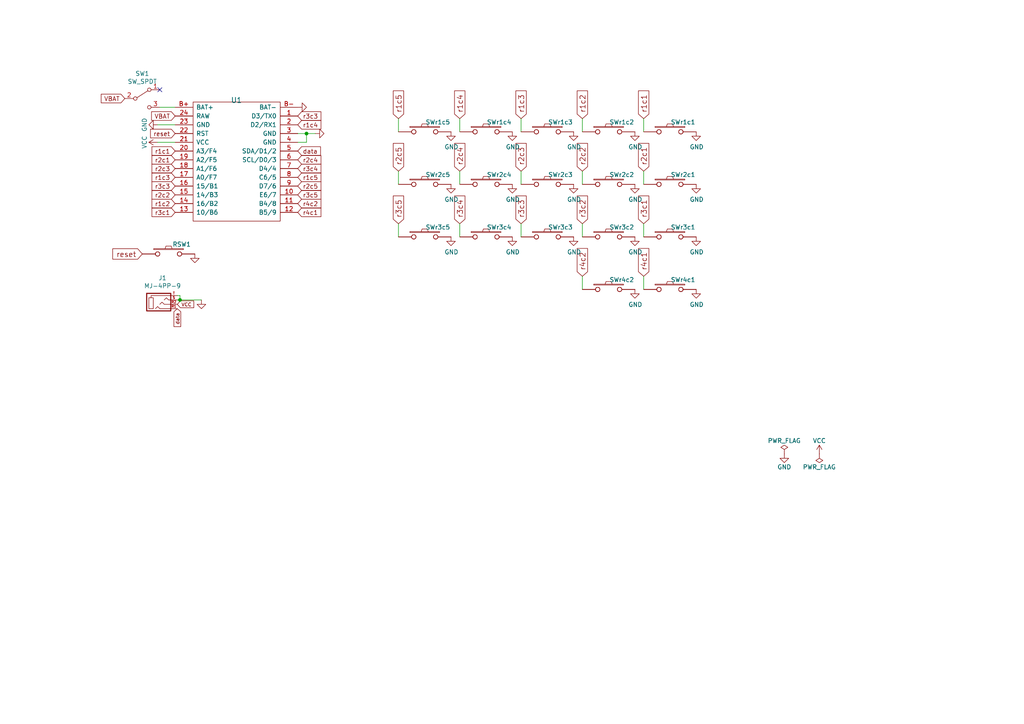
<source format=kicad_sch>
(kicad_sch (version 20211123) (generator eeschema)
  (paper "A4")
  (lib_symbols
    (symbol "PNCATEHO:ProMicro_r" (pin_names (offset 1.016))
      (property "Reference" "U1" (at 1.27 22.3774 0))
      (symbol "ProMicro_r_0_1"
        (rectangle (start -11.303 21.844) (end 13.97 -12.7))
      )
      (symbol "ProMicro_r_1_1"
        (pin bidirectional line (at 19.05 17.78 180) (length 5.08) (name "D3/TX0") (number "1"))
        (pin bidirectional line (at 19.05 -5.08 180) (length 5.08) (name "E6/7") (number "10"))
        (pin bidirectional line (at 19.05 -7.62 180) (length 5.08) (name "B4/8") (number "11"))
        (pin bidirectional line (at 19.05 -10.16 180) (length 5.08) (name "B5/9") (number "12"))
        (pin bidirectional line (at -16.51 -10.16 0) (length 5.08) (name "10/B6") (number "13"))
        (pin bidirectional line (at -16.51 -7.62 0) (length 5.08) (name "16/B2") (number "14"))
        (pin bidirectional line (at -16.51 -5.08 0) (length 5.08) (name "14/B3") (number "15"))
        (pin bidirectional line (at -16.51 -2.54 0) (length 5.08) (name "15/B1") (number "16"))
        (pin bidirectional line (at -16.51 0 0) (length 5.08) (name "A0/F7") (number "17"))
        (pin bidirectional line (at -16.51 2.54 0) (length 5.08) (name "A1/F6") (number "18"))
        (pin bidirectional line (at -16.51 5.08 0) (length 5.08) (name "A2/F5") (number "19"))
        (pin bidirectional line (at 19.05 15.24 180) (length 5.08) (name "D2/RX1") (number "2"))
        (pin bidirectional line (at -16.51 7.62 0) (length 5.08) (name "A3/F4") (number "20"))
        (pin power_in line (at -16.51 10.16 0) (length 5.08) (name "VCC") (number "21"))
        (pin input line (at -16.51 12.7 0) (length 5.08) (name "RST") (number "22"))
        (pin power_in line (at -16.51 15.24 0) (length 5.08) (name "GND") (number "23"))
        (pin power_out line (at -16.51 17.78 0) (length 5.08) (name "RAW") (number "24"))
        (pin power_in line (at 19.05 12.7 180) (length 5.08) (name "GND") (number "3"))
        (pin power_in line (at 19.05 10.16 180) (length 5.08) (name "GND") (number "4"))
        (pin bidirectional line (at 19.05 7.62 180) (length 5.08) (name "SDA/D1/2") (number "5"))
        (pin bidirectional line (at 19.05 5.08 180) (length 5.08) (name "SCL/D0/3") (number "6"))
        (pin bidirectional line (at 19.05 2.54 180) (length 5.08) (name "D4/4") (number "7"))
        (pin bidirectional line (at 19.05 0 180) (length 5.08) (name "C6/5") (number "8"))
        (pin bidirectional line (at 19.05 -2.54 180) (length 5.08) (name "D7/6") (number "9"))
        (pin power_in line (at -16.51 20.32 0) (length 5.08) (name "BAT+") (number "B+"))
        (pin power_in line (at 19.05 20.32 180) (length 5.08) (name "BAT-") (number "B-"))
      )
    )
    (symbol "Switch:SW_SPDT" (pin_names (offset 0) hide)
      (property "Reference" "SW" (at 0 4.318 0))
      (property "Value" "SW_SPDT" (at 0 -5.08 0))
      (symbol "SW_SPDT_0_0"
        (circle (center -2.032 0) (radius 0.508))
        (circle (center 2.032 -2.54) (radius 0.508))
      )
      (symbol "SW_SPDT_0_1"
        (polyline (pts (xy -1.524 0.254) (xy 1.651 2.286)))
        (circle (center 2.032 2.54) (radius 0.508))
      )
      (symbol "SW_SPDT_1_1"
        (pin passive line (at 5.08 2.54 180) (length 2.54) (name "A") (number "1"))
        (pin passive line (at -5.08 0 0) (length 2.54) (name "B") (number "2"))
        (pin passive line (at 5.08 -2.54 180) (length 2.54) (name "C") (number "3"))
      )
    )
    (symbol "enki_lib:MJ-4PP-9" (pin_names (offset 1.016))
      (property "Reference" "J1" (at 0.7874 7.0104 0))
      (property "Value" "MJ-4PP-9" (at 0.7874 4.699 0))
      (symbol "MJ-4PP-9_0_1"
        (rectangle (start -1.905 -1.905) (end -3.175 1.27))
        (polyline (pts (xy -2.54 1.27) (xy -2.54 1.905) (xy 3.175 1.905)))
        (polyline (pts (xy -1.27 -1.905) (xy -0.635 -1.27) (xy 0 -1.905) (xy 3.175 -1.905)))
        (polyline (pts (xy 0 -0.635) (xy 0.635 0) (xy 1.27 -0.635) (xy 3.175 -0.635)))
        (polyline (pts (xy 1.27 0.635) (xy 1.905 1.27) (xy 2.54 0.635) (xy 3.175 0.635)))
        (rectangle (start 3.175 2.54) (end -3.81 -2.54) (stroke (width 0.3048)))
      )
      (symbol "MJ-4PP-9_1_1"
        (pin input line (at 5.08 -1.905 180) (length 2.0066) (name "~") (number "R1"))
        (pin input line (at 5.08 -0.635 180) (length 2.0066) (name "~") (number "R2"))
        (pin input line (at 5.08 0.635 180) (length 2.0066) (name "~") (number "S"))
        (pin input line (at 5.08 1.905 180) (length 2.0066) (name "~") (number "T"))
      )
    )
    (symbol "enki_lib:SW_PUSH" (pin_numbers hide) (pin_names (offset 1.016) hide)
      (property "Reference" "SW" (at 3.81 2.794 0))
      (property "Value" "SW_PUSH" (at 0 -2.032 0))
      (symbol "SW_PUSH_0_1"
        (rectangle (start -4.318 1.27) (end 4.318 1.524))
        (polyline (pts (xy -1.016 1.524) (xy -0.762 2.286) (xy 0.762 2.286) (xy 1.016 1.524)))
        (pin passive inverted (at -7.62 0 0) (length 5.08) (name "1") (number "1"))
        (pin passive inverted (at 7.62 0 180) (length 5.08) (name "2") (number "2"))
      )
    )
    (symbol "power:GND" (power) (pin_names (offset 0))
      (property "Value" "GND" (at 0 -3.81 0))
      (symbol "GND_0_1"
        (polyline (pts (xy 0 0) (xy 0 -1.27) (xy 1.27 -1.27) (xy 0 -2.54) (xy -1.27 -1.27) (xy 0 -1.27)))
      )
      (symbol "GND_1_1"
        (pin power_in line (at 0 0 270) (length 0) hide (name "GND") (number "1"))
      )
    )
    (symbol "power:PWR_FLAG" (power) (pin_numbers hide) (pin_names (offset 0) hide)
      (property "Value" "PWR_FLAG" (at 0 3.81 0))
      (symbol "PWR_FLAG_0_0"
        (pin power_out line (at 0 0 90) (length 0) (name "pwr") (number "1"))
      )
      (symbol "PWR_FLAG_0_1"
        (polyline (pts (xy 0 0) (xy 0 1.27) (xy -1.016 1.905) (xy 0 2.54) (xy 1.016 1.905) (xy 0 1.27)))
      )
    )
    (symbol "power:VCC" (power) (pin_names (offset 0))
      (property "Value" "VCC" (at 0 3.81 0))
      (symbol "VCC_0_1"
        (polyline (pts (xy -0.762 1.27) (xy 0 2.54)))
        (polyline (pts (xy 0 0) (xy 0 2.54)))
        (polyline (pts (xy 0 2.54) (xy 0.762 1.27)))
      )
      (symbol "VCC_1_1"
        (pin power_in line (at 0 0 90) (length 0) hide (name "VCC") (number "1"))
      )
    )
  )
  (junction (at 52.197 86.995))
  (junction (at 88.9 38.735))
  (no_connect (at 46.355 26.035))
  (wire (pts (xy 151.13 64.897) (xy 151.13 68.707)))
  (wire (pts (xy 186.69 64.897) (xy 186.69 68.707)))
  (wire (pts (xy 168.91 64.897) (xy 168.91 68.707)))
  (wire (pts (xy 51.435 86.995) (xy 52.197 86.995)))
  (wire (pts (xy 46.355 31.115) (xy 50.8 31.115)))
  (wire (pts (xy 52.197 85.725) (xy 52.197 86.995)))
  (wire (pts (xy 168.91 80.137) (xy 168.91 83.947)))
  (wire (pts (xy 151.13 34.417) (xy 151.13 38.227)))
  (wire (pts (xy 115.57 64.897) (xy 115.57 68.707)))
  (wire (pts (xy 133.35 64.897) (xy 133.35 68.707)))
  (wire (pts (xy 186.69 49.657) (xy 186.69 53.467)))
  (wire (pts (xy 86.36 41.275) (xy 88.9 41.275)))
  (wire (pts (xy 133.35 34.417) (xy 133.35 38.227)))
  (wire (pts (xy 186.69 80.137) (xy 186.69 83.947)))
  (wire (pts (xy 168.91 34.417) (xy 168.91 38.227)))
  (wire (pts (xy 115.57 34.417) (xy 115.57 38.227)))
  (wire (pts (xy 52.197 86.995) (xy 58.42 86.995)))
  (wire (pts (xy 88.9 41.275) (xy 88.9 38.735)))
  (wire (pts (xy 151.13 49.657) (xy 151.13 53.467)))
  (wire (pts (xy 186.69 34.417) (xy 186.69 38.227)))
  (wire (pts (xy 115.57 49.657) (xy 115.57 53.467)))
  (wire (pts (xy 133.35 49.657) (xy 133.35 53.467)))
  (wire (pts (xy 91.44 38.735) (xy 88.9 38.735)))
  (wire (pts (xy 51.435 85.725) (xy 52.197 85.725)))
  (wire (pts (xy 88.9 38.735) (xy 86.36 38.735)))
  (wire (pts (xy 50.8 41.275) (xy 45.72 41.275)))
  (wire (pts (xy 50.8 36.195) (xy 45.72 36.195)))
  (wire (pts (xy 168.91 49.657) (xy 168.91 53.467)))
  (global_label "r3c1" (shape input) (at 50.8 61.595 180) (property "Intersheet References" "${INTERSHEET_REFS}" (effects hide)))
  (global_label "r2c3" (shape input) (at 50.8 48.895 180) (property "Intersheet References" "${INTERSHEET_REFS}" (effects hide)))
  (global_label "r1c4" (shape input) (at 86.36 36.195 0) (property "Intersheet References" "${INTERSHEET_REFS}" (effects hide)))
  (global_label "data" (shape input) (at 86.36 43.815 0) (property "Intersheet References" "${INTERSHEET_REFS}" (effects hide)))
  (global_label "r2c5" (shape input) (at 115.57 49.657 90) (effects (font (size 1.524 1.524))) (property "Intersheet References" "${INTERSHEET_REFS}" (effects hide)))
  (global_label "reset" (shape input) (at 50.8 38.735 180) (property "Intersheet References" "${INTERSHEET_REFS}" (effects hide)))
  (global_label "r1c4" (shape input) (at 133.35 34.417 90) (effects (font (size 1.524 1.524))) (property "Intersheet References" "${INTERSHEET_REFS}" (effects hide)))
  (global_label "r4c2" (shape input) (at 168.91 80.137 90) (effects (font (size 1.524 1.524))) (property "Intersheet References" "${INTERSHEET_REFS}" (effects hide)))
  (global_label "r2c1" (shape input) (at 186.69 49.657 90) (effects (font (size 1.524 1.524))) (property "Intersheet References" "${INTERSHEET_REFS}" (effects hide)))
  (global_label "VCC" (shape input) (at 51.435 88.265 0) (effects (font (size 1 1))) (property "Intersheet References" "${INTERSHEET_REFS}" (effects hide)))
  (global_label "r3c4" (shape input) (at 86.36 48.895 0) (property "Intersheet References" "${INTERSHEET_REFS}" (effects hide)))
  (global_label "reset" (shape input) (at 41.275 73.66 180) (effects (font (size 1.524 1.524))) (property "Intersheet References" "${INTERSHEET_REFS}" (effects hide)))
  (global_label "r3c3" (shape input) (at 86.36 33.655 0) (property "Intersheet References" "${INTERSHEET_REFS}" (effects hide)))
  (global_label "r3c3" (shape input) (at 50.8 53.975 180) (property "Intersheet References" "${INTERSHEET_REFS}" (effects hide)))
  (global_label "r1c3" (shape input) (at 50.8 51.435 180) (property "Intersheet References" "${INTERSHEET_REFS}" (effects hide)))
  (global_label "r3c5" (shape input) (at 86.36 56.515 0) (property "Intersheet References" "${INTERSHEET_REFS}" (effects hide)))
  (global_label "r3c2" (shape input) (at 168.91 64.897 90) (effects (font (size 1.524 1.524))) (property "Intersheet References" "${INTERSHEET_REFS}" (effects hide)))
  (global_label "r3c1" (shape input) (at 186.69 64.897 90) (effects (font (size 1.524 1.524))) (property "Intersheet References" "${INTERSHEET_REFS}" (effects hide)))
  (global_label "r2c2" (shape input) (at 50.8 56.515 180) (property "Intersheet References" "${INTERSHEET_REFS}" (effects hide)))
  (global_label "r2c4" (shape input) (at 86.36 46.355 0) (property "Intersheet References" "${INTERSHEET_REFS}" (effects hide)))
  (global_label "VBAT" (shape input) (at 36.195 28.575 180) (property "Intersheet References" "${INTERSHEET_REFS}" (effects hide)))
  (global_label "r1c5" (shape input) (at 86.36 51.435 0) (property "Intersheet References" "${INTERSHEET_REFS}" (effects hide)))
  (global_label "r1c1" (shape input) (at 186.69 34.417 90) (effects (font (size 1.524 1.524))) (property "Intersheet References" "${INTERSHEET_REFS}" (effects hide)))
  (global_label "r1c5" (shape input) (at 115.57 34.417 90) (effects (font (size 1.524 1.524))) (property "Intersheet References" "${INTERSHEET_REFS}" (effects hide)))
  (global_label "r2c2" (shape input) (at 168.91 49.657 90) (effects (font (size 1.524 1.524))) (property "Intersheet References" "${INTERSHEET_REFS}" (effects hide)))
  (global_label "r1c2" (shape input) (at 50.8 59.055 180) (property "Intersheet References" "${INTERSHEET_REFS}" (effects hide)))
  (global_label "r3c5" (shape input) (at 115.57 64.897 90) (effects (font (size 1.524 1.524))) (property "Intersheet References" "${INTERSHEET_REFS}" (effects hide)))
  (global_label "r2c3" (shape input) (at 151.13 49.657 90) (effects (font (size 1.524 1.524))) (property "Intersheet References" "${INTERSHEET_REFS}" (effects hide)))
  (global_label "r2c5" (shape input) (at 86.36 53.975 0) (property "Intersheet References" "${INTERSHEET_REFS}" (effects hide)))
  (global_label "r1c2" (shape input) (at 168.91 34.417 90) (effects (font (size 1.524 1.524))) (property "Intersheet References" "${INTERSHEET_REFS}" (effects hide)))
  (global_label "r1c1" (shape input) (at 50.8 43.815 180) (property "Intersheet References" "${INTERSHEET_REFS}" (effects hide)))
  (global_label "r4c1" (shape input) (at 186.69 80.137 90) (effects (font (size 1.524 1.524))) (property "Intersheet References" "${INTERSHEET_REFS}" (effects hide)))
  (global_label "r3c3" (shape input) (at 151.13 64.897 90) (effects (font (size 1.524 1.524))) (property "Intersheet References" "${INTERSHEET_REFS}" (effects hide)))
  (global_label "r3c4" (shape input) (at 133.35 64.897 90) (effects (font (size 1.524 1.524))) (property "Intersheet References" "${INTERSHEET_REFS}" (effects hide)))
  (global_label "r2c1" (shape input) (at 50.8 46.355 180) (property "Intersheet References" "${INTERSHEET_REFS}" (effects hide)))
  (global_label "VBAT" (shape input) (at 50.8 33.655 180) (property "Intersheet References" "${INTERSHEET_REFS}" (effects hide)))
  (global_label "r1c3" (shape input) (at 151.13 34.417 90) (effects (font (size 1.524 1.524))) (property "Intersheet References" "${INTERSHEET_REFS}" (effects hide)))
  (global_label "r4c1" (shape input) (at 86.36 61.595 0) (property "Intersheet References" "${INTERSHEET_REFS}" (effects hide)))
  (global_label "data" (shape input) (at 51.435 89.535 270) (effects (font (size 1 1))) (property "Intersheet References" "${INTERSHEET_REFS}" (effects hide)))
  (global_label "r2c4" (shape input) (at 133.35 49.657 90) (effects (font (size 1.524 1.524))) (property "Intersheet References" "${INTERSHEET_REFS}" (effects hide)))
  (global_label "r4c2" (shape input) (at 86.36 59.055 0) (property "Intersheet References" "${INTERSHEET_REFS}" (effects hide)))
  (symbol (lib_id "enki_lib:SW_PUSH") (at 176.53 53.467 0) (unit 1)
    (property "Reference" "SWr2c2" (at 180.34 50.673 0))
    (property "Value" "SW_PUSH" (effects hide))
    (property "Footprint" "enki_lib:ChocV1_duplex_hotswap" (effects hide))
  )
  (symbol (lib_id "power:GND") (at 201.93 83.947 0) (unit 1)
    (property "Reference" "#PWR0121" (effects hide))
    (property "Value" "GND" (at 202.057 88.3412 0))
  )
  (symbol (lib_id "power:GND") (at 184.15 68.707 0) (unit 1)
    (property "Reference" "#PWR0120" (effects hide))
    (property "Value" "GND" (at 184.277 73.1012 0))
  )
  (symbol (lib_id "power:GND") (at 166.37 38.227 0) (unit 1)
    (property "Reference" "#PWR0107" (effects hide))
    (property "Value" "GND" (at 166.497 42.6212 0))
  )
  (symbol (lib_id "power:GND") (at 201.93 38.227 0) (unit 1)
    (property "Reference" "#PWR0117" (effects hide))
    (property "Value" "GND" (at 202.057 42.6212 0))
  )
  (symbol (lib_id "power:GND") (at 166.37 53.467 0) (unit 1)
    (property "Reference" "#PWR0106" (effects hide))
    (property "Value" "GND" (at 166.497 57.8612 0))
  )
  (symbol (lib_id "power:GND") (at 201.93 68.707 0) (unit 1)
    (property "Reference" "#PWR0119" (effects hide))
    (property "Value" "GND" (at 202.057 73.1012 0))
  )
  (symbol (lib_id "enki_lib:SW_PUSH") (at 158.75 53.467 0) (unit 1)
    (property "Reference" "SWr2c3" (at 162.56 50.673 0))
    (property "Value" "SW_PUSH" (effects hide))
    (property "Footprint" "enki_lib:ChocV1_duplex_hotswap" (effects hide))
  )
  (symbol (lib_id "power:VCC") (at 237.6424 131.6482 0) (unit 1)
    (property "Reference" "#PWR0122" (effects hide))
    (property "Value" "VCC" (at 237.6424 127.8382 0))
  )
  (symbol (lib_id "power:GND") (at 148.59 38.227 0) (unit 1)
    (property "Reference" "#PWR0105" (effects hide))
    (property "Value" "GND" (at 148.717 42.6212 0))
  )
  (symbol (lib_id "enki_lib:MJ-4PP-9") (at 46.355 87.63 0) (unit 1)
    (property "Reference" "J1" (at 47.1424 80.6196 0))
    (property "Value" "MJ-4PP-9" (at 47.1424 82.931 0))
    (property "Footprint" "enki_lib:MJ-4PP-9_dual" (effects hide))
  )
  (symbol (lib_id "enki_lib:SW_PUSH") (at 194.31 38.227 0) (unit 1)
    (property "Reference" "SWr1c1" (at 198.12 35.433 0))
    (property "Value" "SW_PUSH" (effects hide))
    (property "Footprint" "enki_lib:ChocV1_duplex_hotswap" (effects hide))
  )
  (symbol (lib_id "enki_lib:SW_PUSH") (at 176.53 83.947 0) (unit 1)
    (property "Reference" "SWr4c2" (at 180.34 81.153 0))
    (property "Value" "SW_PUSH" (effects hide))
    (property "Footprint" "enki_lib:ChocV1_duplex_hotswap" (effects hide))
  )
  (symbol (lib_id "power:VCC") (at 45.72 41.275 90) (unit 1)
    (property "Reference" "#PWR0104" (effects hide))
    (property "Value" "VCC" (at 41.91 41.275 0))
  )
  (symbol (lib_id "power:GND") (at 184.15 38.227 0) (unit 1)
    (property "Reference" "#PWR0111" (effects hide))
    (property "Value" "GND" (at 184.277 42.6212 0))
  )
  (symbol (lib_id "power:PWR_FLAG") (at 237.6424 131.6482 180) (unit 1)
    (property "Reference" "#FLG0101" (effects hide))
    (property "Value" "PWR_FLAG" (at 237.6424 135.4582 0))
  )
  (symbol (lib_id "enki_lib:SW_PUSH") (at 140.97 53.467 0) (unit 1)
    (property "Reference" "SWr2c4" (at 144.78 50.673 0))
    (property "Value" "SW_PUSH" (effects hide))
    (property "Footprint" "enki_lib:ChocV1_duplex_hotswap" (effects hide))
  )
  (symbol (lib_id "enki_lib:SW_PUSH") (at 194.31 68.707 0) (unit 1)
    (property "Reference" "SWr3c1" (at 198.12 65.913 0))
    (property "Value" "SW_PUSH" (effects hide))
    (property "Footprint" "enki_lib:ChocV1_duplex_hotswap" (effects hide))
  )
  (symbol (lib_id "enki_lib:SW_PUSH") (at 158.75 38.227 0) (unit 1)
    (property "Reference" "SWr1c3" (at 162.56 35.433 0))
    (property "Value" "SW_PUSH" (effects hide))
    (property "Footprint" "enki_lib:ChocV1_duplex_hotswap" (effects hide))
  )
  (symbol (lib_id "enki_lib:SW_PUSH") (at 123.19 68.707 0) (unit 1)
    (property "Reference" "SWr3c5" (at 127 65.913 0))
    (property "Value" "SW_PUSH" (effects hide))
    (property "Footprint" "enki_lib:ChocV1_duplex_hotswap" (effects hide))
  )
  (symbol (lib_id "power:GND") (at 227.4824 131.6482 0) (unit 1)
    (property "Reference" "#PWR0123" (effects hide))
    (property "Value" "GND" (at 227.4824 135.4582 0))
  )
  (symbol (lib_id "power:GND") (at 201.93 53.467 0) (unit 1)
    (property "Reference" "#PWR0118" (effects hide))
    (property "Value" "GND" (at 202.057 57.8612 0))
  )
  (symbol (lib_id "power:GND") (at 184.15 53.467 0) (unit 1)
    (property "Reference" "#PWR0108" (effects hide))
    (property "Value" "GND" (at 184.277 57.8612 0))
  )
  (symbol (lib_id "power:GND") (at 148.59 68.707 0) (unit 1)
    (property "Reference" "#PWR0110" (effects hide))
    (property "Value" "GND" (at 148.717 73.1012 0))
  )
  (symbol (lib_id "power:PWR_FLAG") (at 227.4824 131.6482 0) (unit 1)
    (property "Reference" "#FLG0102" (effects hide))
    (property "Value" "PWR_FLAG" (at 227.4824 127.8382 0))
  )
  (symbol (lib_id "power:GND") (at 148.59 53.467 0) (unit 1)
    (property "Reference" "#PWR0109" (effects hide))
    (property "Value" "GND" (at 148.717 57.8612 0))
  )
  (symbol (lib_id "enki_lib:SW_PUSH") (at 194.31 83.947 0) (unit 1)
    (property "Reference" "SWr4c1" (at 198.12 81.153 0))
    (property "Value" "SW_PUSH" (effects hide))
    (property "Footprint" "enki_lib:ChocV1_duplex_hotswap" (effects hide))
  )
  (symbol (lib_id "power:GND") (at 130.81 38.227 0) (unit 1)
    (property "Reference" "#PWR0114" (effects hide))
    (property "Value" "GND" (at 130.937 42.6212 0))
  )
  (symbol (lib_id "enki_lib:SW_PUSH") (at 176.53 38.227 0) (unit 1)
    (property "Reference" "SWr1c2" (at 180.34 35.433 0))
    (property "Value" "SW_PUSH" (effects hide))
    (property "Footprint" "enki_lib:ChocV1_duplex_hotswap" (effects hide))
  )
  (symbol (lib_id "power:GND") (at 91.44 38.735 90) (unit 1)
    (property "Reference" "#PWR0115" (effects hide))
    (property "Value" "GND" (effects hide))
  )
  (symbol (lib_id "Switch:SW_SPDT") (at 41.275 28.575 0) (unit 1)
    (property "Reference" "SW1" (at 41.275 21.336 0))
    (property "Value" "SW_SPDT" (at 41.275 23.6474 0))
    (property "Footprint" "enki_lib:switch_MSK-12C02_smd_x2" (effects hide))
  )
  (symbol (lib_id "PNCATEHO:ProMicro_r") (at 67.31 51.435 0) (unit 1)
    (property "Reference" "U1" (at 68.58 29.0576 0) (effects (font (size 1.524 1.524))))
    (property "Value" "ProMicro_r" (effects hide))
    (property "Footprint" "enki_lib:ProMicro_duplex_clean" (effects hide))
  )
  (symbol (lib_id "power:GND") (at 130.81 53.467 0) (unit 1)
    (property "Reference" "#PWR0112" (effects hide))
    (property "Value" "GND" (at 130.937 57.8612 0))
  )
  (symbol (lib_id "enki_lib:SW_PUSH") (at 123.19 53.467 0) (unit 1)
    (property "Reference" "SWr2c5" (at 127 50.673 0))
    (property "Value" "SW_PUSH" (effects hide))
    (property "Footprint" "enki_lib:ChocV1_duplex_hotswap" (effects hide))
  )
  (symbol (lib_id "enki_lib:SW_PUSH") (at 194.31 53.467 0) (unit 1)
    (property "Reference" "SWr2c1" (at 198.12 50.673 0))
    (property "Value" "SW_PUSH" (effects hide))
    (property "Footprint" "enki_lib:ChocV1_duplex_hotswap" (effects hide))
  )
  (symbol (lib_id "enki_lib:SW_PUSH") (at 176.53 68.707 0) (unit 1)
    (property "Reference" "SWr3c2" (at 180.34 65.913 0))
    (property "Value" "SW_PUSH" (effects hide))
    (property "Footprint" "enki_lib:ChocV1_duplex_hotswap" (effects hide))
  )
  (symbol (lib_id "power:GND") (at 58.42 86.995 0) (unit 1)
    (property "Reference" "#PWR0102" (effects hide))
    (property "Value" "GND" (effects hide))
  )
  (symbol (lib_id "enki_lib:SW_PUSH") (at 123.19 38.227 0) (unit 1)
    (property "Reference" "SWr1c5" (at 127 35.433 0))
    (property "Value" "SW_PUSH" (effects hide))
    (property "Footprint" "enki_lib:ChocV1_duplex_hotswap" (effects hide))
  )
  (symbol (lib_id "power:GND") (at 86.36 31.115 90) (unit 1)
    (property "Reference" "#PWR0116" (effects hide))
    (property "Value" "GND" (effects hide))
  )
  (symbol (lib_id "power:GND") (at 166.37 68.707 0) (unit 1)
    (property "Reference" "#PWR0125" (effects hide))
    (property "Value" "GND" (at 166.497 73.1012 0))
  )
  (symbol (lib_id "power:GND") (at 184.15 83.947 0) (unit 1)
    (property "Reference" "#PWR0124" (effects hide))
    (property "Value" "GND" (at 184.277 88.3412 0))
  )
  (symbol (lib_id "enki_lib:SW_PUSH") (at 48.895 73.66 0) (unit 1)
    (property "Reference" "RSW1" (at 52.705 70.866 0))
    (property "Value" "SW_PUSH" (effects hide))
    (property "Footprint" "enki_lib:SW_3x4x2_2legs_x2" (effects hide))
  )
  (symbol (lib_id "enki_lib:SW_PUSH") (at 140.97 38.227 0) (unit 1)
    (property "Reference" "SWr1c4" (at 144.78 35.433 0))
    (property "Value" "SW_PUSH" (effects hide))
    (property "Footprint" "enki_lib:ChocV1_duplex_hotswap" (effects hide))
  )
  (symbol (lib_id "power:GND") (at 130.81 68.707 0) (unit 1)
    (property "Reference" "#PWR0113" (effects hide))
    (property "Value" "GND" (at 130.937 73.1012 0))
  )
  (symbol (lib_id "power:GND") (at 56.515 73.66 0) (unit 1)
    (property "Reference" "#PWR0101" (effects hide))
    (property "Value" "GND" (effects hide))
  )
  (symbol (lib_id "power:GND") (at 45.72 36.195 270) (unit 1)
    (property "Reference" "#PWR0103" (effects hide))
    (property "Value" "GND" (at 41.91 36.195 0))
  )
  (symbol (lib_id "enki_lib:SW_PUSH") (at 140.97 68.707 0) (unit 1)
    (property "Reference" "SWr3c4" (at 144.78 65.913 0))
    (property "Value" "SW_PUSH" (effects hide))
    (property "Footprint" "enki_lib:ChocV1_duplex_hotswap" (effects hide))
  )
  (symbol (lib_id "enki_lib:SW_PUSH") (at 158.75 68.707 0) (unit 1)
    (property "Reference" "SWr3c3" (at 162.56 65.913 0))
    (property "Value" "SW_PUSH" (effects hide))
    (property "Footprint" "enki_lib:ChocV1_duplex_hotswap" (effects hide))
  )
)
</source>
